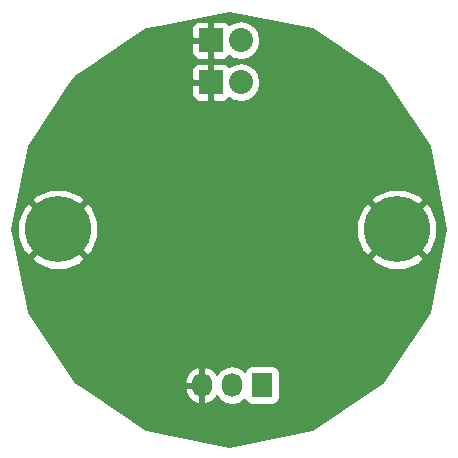
<source format=gbl>
G04 #@! TF.FileFunction,Copper,L2,Bot,Signal*
%FSLAX46Y46*%
G04 Gerber Fmt 4.6, Leading zero omitted, Abs format (unit mm)*
G04 Created by KiCad (PCBNEW 4.0.1-stable) date Wednesday, August 10, 2016 'PMt' 06:46:32 PM*
%MOMM*%
G01*
G04 APERTURE LIST*
%ADD10C,0.100000*%
%ADD11R,2.032000X2.032000*%
%ADD12O,2.032000X2.032000*%
%ADD13R,1.727200X2.032000*%
%ADD14O,1.727200X2.032000*%
%ADD15C,5.600000*%
%ADD16C,0.600000*%
%ADD17C,0.254000*%
G04 APERTURE END LIST*
D10*
D11*
X147828000Y-93980000D03*
D12*
X150368000Y-93980000D03*
D13*
X152146000Y-119634000D03*
D14*
X149606000Y-119634000D03*
X147066000Y-119634000D03*
D11*
X147828000Y-90424000D03*
D12*
X150368000Y-90424000D03*
D15*
X134874000Y-106426000D03*
X163576000Y-106426000D03*
D16*
X140970000Y-105664000D03*
D17*
G36*
X156365877Y-89493004D02*
X162311954Y-93466046D01*
X166284996Y-99412123D01*
X167680143Y-106426000D01*
X166284996Y-113439877D01*
X162311954Y-119385954D01*
X156365877Y-123358996D01*
X149352000Y-124754143D01*
X142338123Y-123358996D01*
X137304915Y-119995913D01*
X145580816Y-119995913D01*
X145774046Y-120548320D01*
X146163964Y-120984732D01*
X146691209Y-121238709D01*
X146706974Y-121241358D01*
X146939000Y-121120217D01*
X146939000Y-119761000D01*
X145725076Y-119761000D01*
X145580816Y-119995913D01*
X137304915Y-119995913D01*
X136392046Y-119385954D01*
X136315963Y-119272087D01*
X145580816Y-119272087D01*
X145725076Y-119507000D01*
X146939000Y-119507000D01*
X146939000Y-118147783D01*
X147193000Y-118147783D01*
X147193000Y-119507000D01*
X147213000Y-119507000D01*
X147213000Y-119761000D01*
X147193000Y-119761000D01*
X147193000Y-121120217D01*
X147425026Y-121241358D01*
X147440791Y-121238709D01*
X147968036Y-120984732D01*
X148339539Y-120568931D01*
X148546330Y-120878415D01*
X149032511Y-121203271D01*
X149606000Y-121317345D01*
X150179489Y-121203271D01*
X150665670Y-120878415D01*
X150675243Y-120864087D01*
X150679238Y-120885317D01*
X150818310Y-121101441D01*
X151030510Y-121246431D01*
X151282400Y-121297440D01*
X153009600Y-121297440D01*
X153244917Y-121253162D01*
X153461041Y-121114090D01*
X153606031Y-120901890D01*
X153657040Y-120650000D01*
X153657040Y-118618000D01*
X153612762Y-118382683D01*
X153473690Y-118166559D01*
X153261490Y-118021569D01*
X153009600Y-117970560D01*
X151282400Y-117970560D01*
X151047083Y-118014838D01*
X150830959Y-118153910D01*
X150685969Y-118366110D01*
X150677600Y-118407439D01*
X150665670Y-118389585D01*
X150179489Y-118064729D01*
X149606000Y-117950655D01*
X149032511Y-118064729D01*
X148546330Y-118389585D01*
X148339539Y-118699069D01*
X147968036Y-118283268D01*
X147440791Y-118029291D01*
X147425026Y-118026642D01*
X147193000Y-118147783D01*
X146939000Y-118147783D01*
X146706974Y-118026642D01*
X146691209Y-118029291D01*
X146163964Y-118283268D01*
X145774046Y-118719680D01*
X145580816Y-119272087D01*
X136315963Y-119272087D01*
X132419004Y-113439877D01*
X131511659Y-108878340D01*
X132601265Y-108878340D01*
X132919501Y-109332203D01*
X134180434Y-109858936D01*
X135546956Y-109863035D01*
X136811027Y-109343878D01*
X136828499Y-109332203D01*
X137146735Y-108878340D01*
X161303265Y-108878340D01*
X161621501Y-109332203D01*
X162882434Y-109858936D01*
X164248956Y-109863035D01*
X165513027Y-109343878D01*
X165530499Y-109332203D01*
X165848735Y-108878340D01*
X163576000Y-106605605D01*
X161303265Y-108878340D01*
X137146735Y-108878340D01*
X134874000Y-106605605D01*
X132601265Y-108878340D01*
X131511659Y-108878340D01*
X131157717Y-107098956D01*
X131436965Y-107098956D01*
X131956122Y-108363027D01*
X131967797Y-108380499D01*
X132421660Y-108698735D01*
X134694395Y-106426000D01*
X135053605Y-106426000D01*
X137326340Y-108698735D01*
X137780203Y-108380499D01*
X138306936Y-107119566D01*
X138306997Y-107098956D01*
X160138965Y-107098956D01*
X160658122Y-108363027D01*
X160669797Y-108380499D01*
X161123660Y-108698735D01*
X163396395Y-106426000D01*
X163755605Y-106426000D01*
X166028340Y-108698735D01*
X166482203Y-108380499D01*
X167008936Y-107119566D01*
X167013035Y-105753044D01*
X166493878Y-104488973D01*
X166482203Y-104471501D01*
X166028340Y-104153265D01*
X163755605Y-106426000D01*
X163396395Y-106426000D01*
X161123660Y-104153265D01*
X160669797Y-104471501D01*
X160143064Y-105732434D01*
X160138965Y-107098956D01*
X138306997Y-107098956D01*
X138311035Y-105753044D01*
X137791878Y-104488973D01*
X137780203Y-104471501D01*
X137326340Y-104153265D01*
X135053605Y-106426000D01*
X134694395Y-106426000D01*
X132421660Y-104153265D01*
X131967797Y-104471501D01*
X131441064Y-105732434D01*
X131436965Y-107098956D01*
X131157717Y-107098956D01*
X131023857Y-106426000D01*
X131511657Y-103973660D01*
X132601265Y-103973660D01*
X134874000Y-106246395D01*
X137146735Y-103973660D01*
X161303265Y-103973660D01*
X163576000Y-106246395D01*
X165848735Y-103973660D01*
X165530499Y-103519797D01*
X164269566Y-102993064D01*
X162903044Y-102988965D01*
X161638973Y-103508122D01*
X161621501Y-103519797D01*
X161303265Y-103973660D01*
X137146735Y-103973660D01*
X136828499Y-103519797D01*
X135567566Y-102993064D01*
X134201044Y-102988965D01*
X132936973Y-103508122D01*
X132919501Y-103519797D01*
X132601265Y-103973660D01*
X131511657Y-103973660D01*
X132419004Y-99412123D01*
X135857700Y-94265750D01*
X146177000Y-94265750D01*
X146177000Y-95122309D01*
X146273673Y-95355698D01*
X146452301Y-95534327D01*
X146685690Y-95631000D01*
X147542250Y-95631000D01*
X147701000Y-95472250D01*
X147701000Y-94107000D01*
X146335750Y-94107000D01*
X146177000Y-94265750D01*
X135857700Y-94265750D01*
X136392046Y-93466046D01*
X137332445Y-92837691D01*
X146177000Y-92837691D01*
X146177000Y-93694250D01*
X146335750Y-93853000D01*
X147701000Y-93853000D01*
X147701000Y-92487750D01*
X147955000Y-92487750D01*
X147955000Y-93853000D01*
X147975000Y-93853000D01*
X147975000Y-94107000D01*
X147955000Y-94107000D01*
X147955000Y-95472250D01*
X148113750Y-95631000D01*
X148970310Y-95631000D01*
X149203699Y-95534327D01*
X149382327Y-95355698D01*
X149399999Y-95313034D01*
X149736190Y-95537670D01*
X150368000Y-95663345D01*
X150999810Y-95537670D01*
X151535433Y-95179778D01*
X151893325Y-94644155D01*
X152019000Y-94012345D01*
X152019000Y-93947655D01*
X151893325Y-93315845D01*
X151535433Y-92780222D01*
X150999810Y-92422330D01*
X150368000Y-92296655D01*
X149736190Y-92422330D01*
X149399999Y-92646966D01*
X149382327Y-92604302D01*
X149203699Y-92425673D01*
X148970310Y-92329000D01*
X148113750Y-92329000D01*
X147955000Y-92487750D01*
X147701000Y-92487750D01*
X147542250Y-92329000D01*
X146685690Y-92329000D01*
X146452301Y-92425673D01*
X146273673Y-92604302D01*
X146177000Y-92837691D01*
X137332445Y-92837691D01*
X140517133Y-90709750D01*
X146177000Y-90709750D01*
X146177000Y-91566309D01*
X146273673Y-91799698D01*
X146452301Y-91978327D01*
X146685690Y-92075000D01*
X147542250Y-92075000D01*
X147701000Y-91916250D01*
X147701000Y-90551000D01*
X146335750Y-90551000D01*
X146177000Y-90709750D01*
X140517133Y-90709750D01*
X142338123Y-89493004D01*
X143400465Y-89281691D01*
X146177000Y-89281691D01*
X146177000Y-90138250D01*
X146335750Y-90297000D01*
X147701000Y-90297000D01*
X147701000Y-88931750D01*
X147955000Y-88931750D01*
X147955000Y-90297000D01*
X147975000Y-90297000D01*
X147975000Y-90551000D01*
X147955000Y-90551000D01*
X147955000Y-91916250D01*
X148113750Y-92075000D01*
X148970310Y-92075000D01*
X149203699Y-91978327D01*
X149382327Y-91799698D01*
X149399999Y-91757034D01*
X149736190Y-91981670D01*
X150368000Y-92107345D01*
X150999810Y-91981670D01*
X151535433Y-91623778D01*
X151893325Y-91088155D01*
X152019000Y-90456345D01*
X152019000Y-90391655D01*
X151893325Y-89759845D01*
X151535433Y-89224222D01*
X150999810Y-88866330D01*
X150368000Y-88740655D01*
X149736190Y-88866330D01*
X149399999Y-89090966D01*
X149382327Y-89048302D01*
X149203699Y-88869673D01*
X148970310Y-88773000D01*
X148113750Y-88773000D01*
X147955000Y-88931750D01*
X147701000Y-88931750D01*
X147542250Y-88773000D01*
X146685690Y-88773000D01*
X146452301Y-88869673D01*
X146273673Y-89048302D01*
X146177000Y-89281691D01*
X143400465Y-89281691D01*
X149352000Y-88097857D01*
X156365877Y-89493004D01*
X156365877Y-89493004D01*
G37*
X156365877Y-89493004D02*
X162311954Y-93466046D01*
X166284996Y-99412123D01*
X167680143Y-106426000D01*
X166284996Y-113439877D01*
X162311954Y-119385954D01*
X156365877Y-123358996D01*
X149352000Y-124754143D01*
X142338123Y-123358996D01*
X137304915Y-119995913D01*
X145580816Y-119995913D01*
X145774046Y-120548320D01*
X146163964Y-120984732D01*
X146691209Y-121238709D01*
X146706974Y-121241358D01*
X146939000Y-121120217D01*
X146939000Y-119761000D01*
X145725076Y-119761000D01*
X145580816Y-119995913D01*
X137304915Y-119995913D01*
X136392046Y-119385954D01*
X136315963Y-119272087D01*
X145580816Y-119272087D01*
X145725076Y-119507000D01*
X146939000Y-119507000D01*
X146939000Y-118147783D01*
X147193000Y-118147783D01*
X147193000Y-119507000D01*
X147213000Y-119507000D01*
X147213000Y-119761000D01*
X147193000Y-119761000D01*
X147193000Y-121120217D01*
X147425026Y-121241358D01*
X147440791Y-121238709D01*
X147968036Y-120984732D01*
X148339539Y-120568931D01*
X148546330Y-120878415D01*
X149032511Y-121203271D01*
X149606000Y-121317345D01*
X150179489Y-121203271D01*
X150665670Y-120878415D01*
X150675243Y-120864087D01*
X150679238Y-120885317D01*
X150818310Y-121101441D01*
X151030510Y-121246431D01*
X151282400Y-121297440D01*
X153009600Y-121297440D01*
X153244917Y-121253162D01*
X153461041Y-121114090D01*
X153606031Y-120901890D01*
X153657040Y-120650000D01*
X153657040Y-118618000D01*
X153612762Y-118382683D01*
X153473690Y-118166559D01*
X153261490Y-118021569D01*
X153009600Y-117970560D01*
X151282400Y-117970560D01*
X151047083Y-118014838D01*
X150830959Y-118153910D01*
X150685969Y-118366110D01*
X150677600Y-118407439D01*
X150665670Y-118389585D01*
X150179489Y-118064729D01*
X149606000Y-117950655D01*
X149032511Y-118064729D01*
X148546330Y-118389585D01*
X148339539Y-118699069D01*
X147968036Y-118283268D01*
X147440791Y-118029291D01*
X147425026Y-118026642D01*
X147193000Y-118147783D01*
X146939000Y-118147783D01*
X146706974Y-118026642D01*
X146691209Y-118029291D01*
X146163964Y-118283268D01*
X145774046Y-118719680D01*
X145580816Y-119272087D01*
X136315963Y-119272087D01*
X132419004Y-113439877D01*
X131511659Y-108878340D01*
X132601265Y-108878340D01*
X132919501Y-109332203D01*
X134180434Y-109858936D01*
X135546956Y-109863035D01*
X136811027Y-109343878D01*
X136828499Y-109332203D01*
X137146735Y-108878340D01*
X161303265Y-108878340D01*
X161621501Y-109332203D01*
X162882434Y-109858936D01*
X164248956Y-109863035D01*
X165513027Y-109343878D01*
X165530499Y-109332203D01*
X165848735Y-108878340D01*
X163576000Y-106605605D01*
X161303265Y-108878340D01*
X137146735Y-108878340D01*
X134874000Y-106605605D01*
X132601265Y-108878340D01*
X131511659Y-108878340D01*
X131157717Y-107098956D01*
X131436965Y-107098956D01*
X131956122Y-108363027D01*
X131967797Y-108380499D01*
X132421660Y-108698735D01*
X134694395Y-106426000D01*
X135053605Y-106426000D01*
X137326340Y-108698735D01*
X137780203Y-108380499D01*
X138306936Y-107119566D01*
X138306997Y-107098956D01*
X160138965Y-107098956D01*
X160658122Y-108363027D01*
X160669797Y-108380499D01*
X161123660Y-108698735D01*
X163396395Y-106426000D01*
X163755605Y-106426000D01*
X166028340Y-108698735D01*
X166482203Y-108380499D01*
X167008936Y-107119566D01*
X167013035Y-105753044D01*
X166493878Y-104488973D01*
X166482203Y-104471501D01*
X166028340Y-104153265D01*
X163755605Y-106426000D01*
X163396395Y-106426000D01*
X161123660Y-104153265D01*
X160669797Y-104471501D01*
X160143064Y-105732434D01*
X160138965Y-107098956D01*
X138306997Y-107098956D01*
X138311035Y-105753044D01*
X137791878Y-104488973D01*
X137780203Y-104471501D01*
X137326340Y-104153265D01*
X135053605Y-106426000D01*
X134694395Y-106426000D01*
X132421660Y-104153265D01*
X131967797Y-104471501D01*
X131441064Y-105732434D01*
X131436965Y-107098956D01*
X131157717Y-107098956D01*
X131023857Y-106426000D01*
X131511657Y-103973660D01*
X132601265Y-103973660D01*
X134874000Y-106246395D01*
X137146735Y-103973660D01*
X161303265Y-103973660D01*
X163576000Y-106246395D01*
X165848735Y-103973660D01*
X165530499Y-103519797D01*
X164269566Y-102993064D01*
X162903044Y-102988965D01*
X161638973Y-103508122D01*
X161621501Y-103519797D01*
X161303265Y-103973660D01*
X137146735Y-103973660D01*
X136828499Y-103519797D01*
X135567566Y-102993064D01*
X134201044Y-102988965D01*
X132936973Y-103508122D01*
X132919501Y-103519797D01*
X132601265Y-103973660D01*
X131511657Y-103973660D01*
X132419004Y-99412123D01*
X135857700Y-94265750D01*
X146177000Y-94265750D01*
X146177000Y-95122309D01*
X146273673Y-95355698D01*
X146452301Y-95534327D01*
X146685690Y-95631000D01*
X147542250Y-95631000D01*
X147701000Y-95472250D01*
X147701000Y-94107000D01*
X146335750Y-94107000D01*
X146177000Y-94265750D01*
X135857700Y-94265750D01*
X136392046Y-93466046D01*
X137332445Y-92837691D01*
X146177000Y-92837691D01*
X146177000Y-93694250D01*
X146335750Y-93853000D01*
X147701000Y-93853000D01*
X147701000Y-92487750D01*
X147955000Y-92487750D01*
X147955000Y-93853000D01*
X147975000Y-93853000D01*
X147975000Y-94107000D01*
X147955000Y-94107000D01*
X147955000Y-95472250D01*
X148113750Y-95631000D01*
X148970310Y-95631000D01*
X149203699Y-95534327D01*
X149382327Y-95355698D01*
X149399999Y-95313034D01*
X149736190Y-95537670D01*
X150368000Y-95663345D01*
X150999810Y-95537670D01*
X151535433Y-95179778D01*
X151893325Y-94644155D01*
X152019000Y-94012345D01*
X152019000Y-93947655D01*
X151893325Y-93315845D01*
X151535433Y-92780222D01*
X150999810Y-92422330D01*
X150368000Y-92296655D01*
X149736190Y-92422330D01*
X149399999Y-92646966D01*
X149382327Y-92604302D01*
X149203699Y-92425673D01*
X148970310Y-92329000D01*
X148113750Y-92329000D01*
X147955000Y-92487750D01*
X147701000Y-92487750D01*
X147542250Y-92329000D01*
X146685690Y-92329000D01*
X146452301Y-92425673D01*
X146273673Y-92604302D01*
X146177000Y-92837691D01*
X137332445Y-92837691D01*
X140517133Y-90709750D01*
X146177000Y-90709750D01*
X146177000Y-91566309D01*
X146273673Y-91799698D01*
X146452301Y-91978327D01*
X146685690Y-92075000D01*
X147542250Y-92075000D01*
X147701000Y-91916250D01*
X147701000Y-90551000D01*
X146335750Y-90551000D01*
X146177000Y-90709750D01*
X140517133Y-90709750D01*
X142338123Y-89493004D01*
X143400465Y-89281691D01*
X146177000Y-89281691D01*
X146177000Y-90138250D01*
X146335750Y-90297000D01*
X147701000Y-90297000D01*
X147701000Y-88931750D01*
X147955000Y-88931750D01*
X147955000Y-90297000D01*
X147975000Y-90297000D01*
X147975000Y-90551000D01*
X147955000Y-90551000D01*
X147955000Y-91916250D01*
X148113750Y-92075000D01*
X148970310Y-92075000D01*
X149203699Y-91978327D01*
X149382327Y-91799698D01*
X149399999Y-91757034D01*
X149736190Y-91981670D01*
X150368000Y-92107345D01*
X150999810Y-91981670D01*
X151535433Y-91623778D01*
X151893325Y-91088155D01*
X152019000Y-90456345D01*
X152019000Y-90391655D01*
X151893325Y-89759845D01*
X151535433Y-89224222D01*
X150999810Y-88866330D01*
X150368000Y-88740655D01*
X149736190Y-88866330D01*
X149399999Y-89090966D01*
X149382327Y-89048302D01*
X149203699Y-88869673D01*
X148970310Y-88773000D01*
X148113750Y-88773000D01*
X147955000Y-88931750D01*
X147701000Y-88931750D01*
X147542250Y-88773000D01*
X146685690Y-88773000D01*
X146452301Y-88869673D01*
X146273673Y-89048302D01*
X146177000Y-89281691D01*
X143400465Y-89281691D01*
X149352000Y-88097857D01*
X156365877Y-89493004D01*
M02*

</source>
